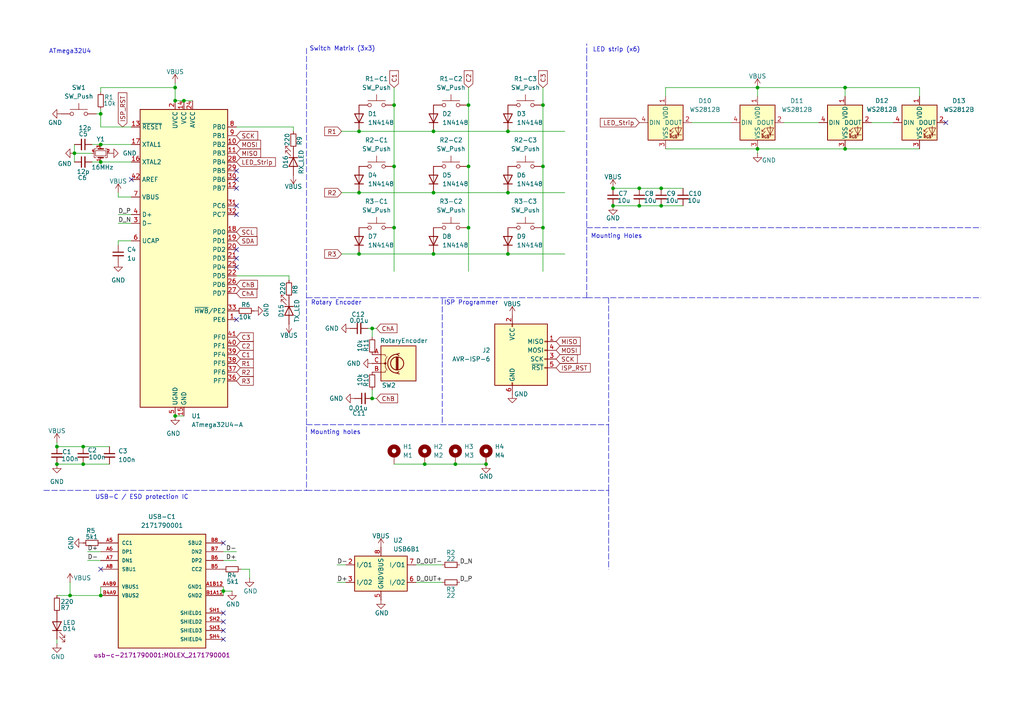
<source format=kicad_sch>
(kicad_sch (version 20231120) (generator "eeschema") (generator_version "8.0")
  (paper "A4")
  (lib_symbols
    (symbol "2171790001:2171790001" (pin_names (offset 1.016))
      (property "Reference" "J" (at -12.7 16.002 0))
      (property "Value" "2171790001" (at -12.7 -18.542 0))
      (symbol "2171790001_0_0"
        (pin power_in line (at 17.78 0 180) (length 5.08) (name "GND1") (number "A1B12"))
        (pin power_in line (at -17.78 0 0) (length 5.08) (name "VBUS1") (number "A4B9"))
        (pin bidirectional line (at -17.78 12.7 0) (length 5.08) (name "CC1") (number "A5"))
        (pin bidirectional line (at -17.78 10.16 0) (length 5.08) (name "DP1") (number "A6"))
        (pin bidirectional line (at -17.78 7.62 0) (length 5.08) (name "DN1") (number "A7"))
        (pin bidirectional line (at -17.78 5.08 0) (length 5.08) (name "SBU1") (number "A8"))
        (pin power_in line (at 17.78 -2.54 180) (length 5.08) (name "GND2") (number "B1A12"))
        (pin power_in line (at -17.78 -2.54 0) (length 5.08) (name "VBUS2") (number "B4A9"))
        (pin bidirectional line (at 17.78 5.08 180) (length 5.08) (name "CC2") (number "B5"))
        (pin bidirectional line (at 17.78 7.62 180) (length 5.08) (name "DP2") (number "B6"))
        (pin bidirectional line (at 17.78 10.16 180) (length 5.08) (name "DN2") (number "B7"))
        (pin bidirectional line (at 17.78 12.7 180) (length 5.08) (name "SBU2") (number "B8"))
        (pin passive line (at 17.78 -7.62 180) (length 5.08) (name "SHIELD1") (number "SH1"))
        (pin passive line (at 17.78 -10.16 180) (length 5.08) (name "SHIELD2") (number "SH2"))
        (pin passive line (at 17.78 -12.7 180) (length 5.08) (name "SHIELD3") (number "SH3"))
        (pin passive line (at 17.78 -15.24 180) (length 5.08) (name "SHIELD4") (number "SH4"))
      )
    )
    (symbol "Connector:AVR-ISP-6" (pin_names (offset 1.016))
      (property "Reference" "J" (at -6.35 11.43 0))
      (property "Value" "AVR-ISP-6" (at 0 11.43 0))
      (symbol "AVR-ISP-6_1_1"
        (pin passive line (at 10.16 5.08 180) (length 2.54) (name "MISO") (number "1"))
        (pin passive line (at -2.54 12.7 270) (length 2.54) (name "VCC") (number "2"))
        (pin passive line (at 10.16 0 180) (length 2.54) (name "SCK") (number "3"))
        (pin passive line (at 10.16 2.54 180) (length 2.54) (name "MOSI") (number "4"))
        (pin passive line (at 10.16 -2.54 180) (length 2.54) (name "~{RST}") (number "5"))
        (pin passive line (at -2.54 -10.16 90) (length 2.54) (name "GND") (number "6"))
      )
    )
    (symbol "Device:C_Small" (pin_numbers hide) (pin_names (offset 0.254) hide)
      (property "Reference" "C" (at 0.254 1.778 0))
      (property "Value" "C_Small" (at 0.254 -2.032 0))
      (symbol "C_Small_1_1"
        (pin passive line (at 0 2.54 270) (length 2.032) (name "~") (number "1"))
        (pin passive line (at 0 -2.54 90) (length 2.032) (name "~") (number "2"))
      )
    )
    (symbol "Device:Crystal_GND24_Small" (pin_names (offset 1.016) hide)
      (property "Reference" "Y" (at 1.27 4.445 0))
      (property "Value" "Crystal_GND24_Small" (at 1.27 2.54 0))
      (symbol "Crystal_GND24_Small_1_1"
        (pin passive line (at -2.54 0 0) (length 1.27) (name "1") (number "1"))
        (pin passive line (at 0 -2.54 90) (length 0.635) (name "2") (number "2"))
        (pin passive line (at 2.54 0 180) (length 1.27) (name "3") (number "3"))
        (pin passive line (at 0 2.54 270) (length 0.635) (name "4") (number "4"))
      )
    )
    (symbol "Device:D" (pin_numbers hide) (pin_names (offset 1.016) hide)
      (property "Reference" "D" (at 0 2.54 0))
      (property "Value" "D" (at 0 -2.54 0))
      (symbol "D_1_1"
        (pin passive line (at -3.81 0 0) (length 2.54) (name "K") (number "1"))
        (pin passive line (at 3.81 0 180) (length 2.54) (name "A") (number "2"))
      )
    )
    (symbol "Device:LED" (pin_numbers hide) (pin_names (offset 1.016) hide)
      (property "Reference" "D" (at 0 2.54 0))
      (property "Value" "LED" (at 0 -2.54 0))
      (symbol "LED_1_1"
        (pin passive line (at -3.81 0 0) (length 2.54) (name "K") (number "1"))
        (pin passive line (at 3.81 0 180) (length 2.54) (name "A") (number "2"))
      )
    )
    (symbol "Device:R_Small" (pin_numbers hide) (pin_names (offset 0.254) hide)
      (property "Reference" "R" (at 0.762 0.508 0))
      (property "Value" "R_Small" (at 0.762 -1.016 0))
      (symbol "R_Small_1_1"
        (pin passive line (at 0 2.54 270) (length 0.762) (name "~") (number "1"))
        (pin passive line (at 0 -2.54 90) (length 0.762) (name "~") (number "2"))
      )
    )
    (symbol "Device:RotaryEncoder" (pin_names (offset 0.254) hide)
      (property "Reference" "SW" (at 0 6.604 0))
      (property "Value" "RotaryEncoder" (at 0 -6.604 0))
      (symbol "RotaryEncoder_1_1"
        (pin passive line (at -7.62 2.54 0) (length 2.54) (name "A") (number "A"))
        (pin passive line (at -7.62 -2.54 0) (length 2.54) (name "B") (number "B"))
        (pin passive line (at -7.62 0 0) (length 2.54) (name "C") (number "C"))
      )
    )
    (symbol "LED:WS2812B" (pin_names (offset 0.254))
      (property "Reference" "D" (at 5.08 5.715 0))
      (property "Value" "WS2812B" (at 1.27 -5.715 0))
      (symbol "WS2812B_0_0"
        (text "RGB" (at 2.286 -4.191 0) (effects (font (size 0.762 0.762))))
      )
      (symbol "WS2812B_1_1"
        (pin power_in line (at 0 7.62 270) (length 2.54) (name "VDD") (number "1"))
        (pin output line (at 7.62 0 180) (length 2.54) (name "DOUT") (number "2"))
        (pin power_in line (at 0 -7.62 90) (length 2.54) (name "VSS") (number "3"))
        (pin input line (at -7.62 0 0) (length 2.54) (name "DIN") (number "4"))
      )
    )
    (symbol "MCU_Microchip_ATmega:ATmega32U4-A"
      (property "Reference" "U" (at -12.7 44.45 0))
      (property "Value" "ATmega32U4-A" (at 2.54 -44.45 0))
      (symbol "ATmega32U4-A_1_1"
        (pin bidirectional line (at 15.24 -17.78 180) (length 2.54) (name "PE6") (number "1"))
        (pin bidirectional line (at 15.24 33.02 180) (length 2.54) (name "PB2") (number "10"))
        (pin bidirectional line (at 15.24 30.48 180) (length 2.54) (name "PB3") (number "11"))
        (pin bidirectional line (at 15.24 20.32 180) (length 2.54) (name "PB7") (number "12"))
        (pin input line (at -15.24 38.1 0) (length 2.54) (name "~{RESET}") (number "13"))
        (pin power_in line (at 0 45.72 270) (length 2.54) (name "VCC") (number "14"))
        (pin power_in line (at 0 -45.72 90) (length 2.54) (name "GND") (number "15"))
        (pin output line (at -15.24 27.94 0) (length 2.54) (name "XTAL2") (number "16"))
        (pin input line (at -15.24 33.02 0) (length 2.54) (name "XTAL1") (number "17"))
        (pin bidirectional line (at 15.24 7.62 180) (length 2.54) (name "PD0") (number "18"))
        (pin bidirectional line (at 15.24 5.08 180) (length 2.54) (name "PD1") (number "19"))
        (pin power_in line (at -2.54 45.72 270) (length 2.54) (name "UVCC") (number "2"))
        (pin bidirectional line (at 15.24 2.54 180) (length 2.54) (name "PD2") (number "20"))
        (pin bidirectional line (at 15.24 0 180) (length 2.54) (name "PD3") (number "21"))
        (pin bidirectional line (at 15.24 -5.08 180) (length 2.54) (name "PD5") (number "22"))
        (pin passive line (at 0 -45.72 90) (length 2.54) hide (name "GND") (number "23"))
        (pin power_in line (at 2.54 45.72 270) (length 2.54) (name "AVCC") (number "24"))
        (pin bidirectional line (at 15.24 -2.54 180) (length 2.54) (name "PD4") (number "25"))
        (pin bidirectional line (at 15.24 -7.62 180) (length 2.54) (name "PD6") (number "26"))
        (pin bidirectional line (at 15.24 -10.16 180) (length 2.54) (name "PD7") (number "27"))
        (pin bidirectional line (at 15.24 27.94 180) (length 2.54) (name "PB4") (number "28"))
        (pin bidirectional line (at 15.24 25.4 180) (length 2.54) (name "PB5") (number "29"))
        (pin bidirectional line (at -15.24 10.16 0) (length 2.54) (name "D-") (number "3"))
        (pin bidirectional line (at 15.24 22.86 180) (length 2.54) (name "PB6") (number "30"))
        (pin bidirectional line (at 15.24 15.24 180) (length 2.54) (name "PC6") (number "31"))
        (pin bidirectional line (at 15.24 12.7 180) (length 2.54) (name "PC7") (number "32"))
        (pin bidirectional line (at 15.24 -15.24 180) (length 2.54) (name "~{HWB}/PE2") (number "33"))
        (pin passive line (at 0 45.72 270) (length 2.54) hide (name "VCC") (number "34"))
        (pin passive line (at 0 -45.72 90) (length 2.54) hide (name "GND") (number "35"))
        (pin bidirectional line (at 15.24 -35.56 180) (length 2.54) (name "PF7") (number "36"))
        (pin bidirectional line (at 15.24 -33.02 180) (length 2.54) (name "PF6") (number "37"))
        (pin bidirectional line (at 15.24 -30.48 180) (length 2.54) (name "PF5") (number "38"))
        (pin bidirectional line (at 15.24 -27.94 180) (length 2.54) (name "PF4") (number "39"))
        (pin bidirectional line (at -15.24 12.7 0) (length 2.54) (name "D+") (number "4"))
        (pin bidirectional line (at 15.24 -25.4 180) (length 2.54) (name "PF1") (number "40"))
        (pin bidirectional line (at 15.24 -22.86 180) (length 2.54) (name "PF0") (number "41"))
        (pin passive line (at -15.24 22.86 0) (length 2.54) (name "AREF") (number "42"))
        (pin passive line (at 0 -45.72 90) (length 2.54) hide (name "GND") (number "43"))
        (pin passive line (at 2.54 45.72 270) (length 2.54) hide (name "AVCC") (number "44"))
        (pin passive line (at -2.54 -45.72 90) (length 2.54) (name "UGND") (number "5"))
        (pin passive line (at -15.24 5.08 0) (length 2.54) (name "UCAP") (number "6"))
        (pin input line (at -15.24 17.78 0) (length 2.54) (name "VBUS") (number "7"))
        (pin bidirectional line (at 15.24 38.1 180) (length 2.54) (name "PB0") (number "8"))
        (pin bidirectional line (at 15.24 35.56 180) (length 2.54) (name "PB1") (number "9"))
      )
    )
    (symbol "Mechanical:MountingHole_Pad" (pin_numbers hide) (pin_names (offset 1.016) hide) (exclude_from_sim yes) (in_bom no)
      (property "Reference" "H" (at 0 6.35 0))
      (property "Value" "MountingHole_Pad" (at 0 4.445 0))
      (symbol "MountingHole_Pad_1_1"
        (pin input line (at 0 -2.54 90) (length 2.54) (name "1") (number "1"))
      )
    )
    (symbol "Power_Protection:USB6B1"
      (property "Reference" "U" (at 6.35 6.35 0))
      (property "Value" "USB6B1" (at 5.08 -6.35 0))
      (symbol "USB6B1_1_1"
        (pin passive line (at 0 7.62 270) (length 2.54) hide (name "VBUS") (number "1"))
        (pin passive line (at -10.16 2.54 0) (length 2.54) (name "I/O1") (number "2"))
        (pin passive line (at -10.16 -2.54 0) (length 2.54) (name "I/O2") (number "3"))
        (pin passive line (at 0 -7.62 90) (length 2.54) hide (name "GND") (number "4"))
        (pin passive line (at 0 -7.62 90) (length 2.54) (name "GND") (number "5"))
        (pin passive line (at 10.16 -2.54 180) (length 2.54) (name "I/O2") (number "6"))
        (pin passive line (at 10.16 2.54 180) (length 2.54) (name "I/O1") (number "7"))
        (pin passive line (at 0 7.62 270) (length 2.54) (name "VBUS") (number "8"))
      )
    )
    (symbol "Switch:SW_Push" (pin_numbers hide) (pin_names (offset 1.016) hide)
      (property "Reference" "SW" (at 1.27 2.54 0))
      (property "Value" "SW_Push" (at 0 -1.524 0))
      (symbol "SW_Push_0_1"
        (pin passive line (at -5.08 0 0) (length 2.54) (name "1") (number "1"))
        (pin passive line (at 5.08 0 180) (length 2.54) (name "2") (number "2"))
      )
    )
    (symbol "power:GND" (power) (pin_numbers hide) (pin_names (offset 0) hide)
      (property "Value" "GND" (at 0 -3.81 0))
      (symbol "GND_1_1"
        (pin power_in line (at 0 0 270) (length 0) (name "~") (number "1"))
      )
    )
    (symbol "power:VBUS" (power) (pin_numbers hide) (pin_names (offset 0) hide)
      (property "Value" "VBUS" (at 0 3.556 0))
      (symbol "VBUS_1_1"
        (pin power_in line (at 0 0 90) (length 0) (name "~") (number "1"))
      )
    )
  )
  (junction (at 219.71 25.4))
  (junction (at 125.73 38.1))
  (junction (at 21.59 44.45))
  (junction (at 64.77 171.45))
  (junction (at 107.95 95.25))
  (junction (at 16.51 129.54))
  (junction (at 29.21 172.72))
  (junction (at 114.3 30.48))
  (junction (at 107.95 115.57))
  (junction (at 125.73 73.66))
  (junction (at 177.8 59.69))
  (junction (at 135.89 30.48))
  (junction (at 50.8 25.4))
  (junction (at 29.21 46.99))
  (junction (at 157.48 48.26))
  (junction (at 104.14 55.88))
  (junction (at 191.77 54.61))
  (junction (at 24.13 134.62))
  (junction (at 29.21 33.02))
  (junction (at 104.14 38.1))
  (junction (at 53.34 29.21))
  (junction (at 24.13 129.54))
  (junction (at 191.77 59.69))
  (junction (at 147.32 38.1))
  (junction (at 50.8 120.65))
  (junction (at 219.71 43.18))
  (junction (at 147.32 55.88))
  (junction (at 114.3 66.04))
  (junction (at 185.42 59.69))
  (junction (at 135.89 48.26))
  (junction (at 16.51 134.62))
  (junction (at 104.14 73.66))
  (junction (at 185.42 54.61))
  (junction (at 177.8 54.61))
  (junction (at 29.21 41.91))
  (junction (at 20.32 172.72))
  (junction (at 245.11 25.4))
  (junction (at 50.8 29.21))
  (junction (at 135.89 66.04))
  (junction (at 114.3 48.26))
  (junction (at 245.11 43.18))
  (junction (at 157.48 30.48))
  (junction (at 157.48 66.04))
  (junction (at 132.08 134.62))
  (junction (at 147.32 73.66))
  (junction (at 125.73 55.88))
  (junction (at 123.19 134.62))
  (junction (at 140.97 134.62))
  (no_connect (at 68.58 52.07))
  (no_connect (at 68.58 49.53))
  (no_connect (at 64.77 185.42))
  (no_connect (at 38.1 52.07))
  (no_connect (at 274.32 35.56))
  (no_connect (at 29.21 165.1))
  (no_connect (at 64.77 180.34))
  (no_connect (at 64.77 177.8))
  (no_connect (at 64.77 182.88))
  (no_connect (at 68.58 77.47))
  (no_connect (at 68.58 59.69))
  (no_connect (at 68.58 62.23))
  (no_connect (at 68.58 72.39))
  (no_connect (at 64.77 157.48))
  (no_connect (at 68.58 92.71))
  (no_connect (at 68.58 54.61))
  (no_connect (at 68.58 74.93))
  (wire (pts (xy 26.67 46.99) (xy 29.21 46.99)))
  (wire (pts (xy 34.29 62.23) (xy 38.1 62.23)))
  (wire (pts (xy 99.06 73.66) (xy 104.14 73.66)))
  (wire (pts (xy 157.48 66.04) (xy 157.48 78.74)))
  (wire (pts (xy 68.58 36.83) (xy 85.09 36.83)))
  (wire (pts (xy 147.32 38.1) (xy 163.83 38.1)))
  (wire (pts (xy 29.21 162.56) (xy 25.4 162.56)))
  (wire (pts (xy 114.3 48.26) (xy 114.3 66.04)))
  (polyline (pts (xy 170.18 86.36) (xy 284.48 86.36)) (stroke (width 0) (type dash)))
  (wire (pts (xy 245.11 25.4) (xy 266.7 25.4)))
  (wire (pts (xy 29.21 46.99) (xy 38.1 46.99)))
  (wire (pts (xy 125.73 55.88) (xy 147.32 55.88)))
  (wire (pts (xy 21.59 41.91) (xy 21.59 44.45)))
  (wire (pts (xy 38.1 69.85) (xy 34.29 69.85)))
  (wire (pts (xy 29.21 160.02) (xy 25.4 160.02)))
  (wire (pts (xy 135.89 48.26) (xy 135.89 66.04)))
  (wire (pts (xy 109.22 95.25) (xy 107.95 95.25)))
  (wire (pts (xy 29.21 33.02) (xy 29.21 36.83)))
  (wire (pts (xy 120.65 168.91) (xy 128.27 168.91)))
  (wire (pts (xy 104.14 73.66) (xy 125.73 73.66)))
  (wire (pts (xy 125.73 38.1) (xy 147.32 38.1)))
  (wire (pts (xy 157.48 25.4) (xy 157.48 30.48)))
  (wire (pts (xy 64.77 171.45) (xy 67.31 171.45)))
  (wire (pts (xy 191.77 54.61) (xy 198.12 54.61)))
  (wire (pts (xy 185.42 59.69) (xy 191.77 59.69)))
  (wire (pts (xy 50.8 29.21) (xy 53.34 29.21)))
  (wire (pts (xy 107.95 95.25) (xy 107.95 97.79)))
  (wire (pts (xy 29.21 25.4) (xy 29.21 26.67)))
  (wire (pts (xy 20.32 168.91) (xy 20.32 172.72)))
  (polyline (pts (xy 88.9 142.24) (xy 176.53 142.24)) (stroke (width 0) (type dash)))
  (wire (pts (xy 83.82 80.01) (xy 68.58 80.01)))
  (wire (pts (xy 125.73 73.66) (xy 147.32 73.66)))
  (wire (pts (xy 135.89 30.48) (xy 135.89 48.26)))
  (polyline (pts (xy 170.18 66.04) (xy 284.48 66.04)) (stroke (width 0) (type dash)))
  (wire (pts (xy 114.3 66.04) (xy 114.3 78.74)))
  (polyline (pts (xy 88.9 13.97) (xy 88.9 142.24)) (stroke (width 0) (type dash)))
  (wire (pts (xy 114.3 30.48) (xy 114.3 48.26)))
  (wire (pts (xy 114.3 134.62) (xy 123.19 134.62)))
  (wire (pts (xy 72.39 165.1) (xy 72.39 167.64)))
  (wire (pts (xy 64.77 162.56) (xy 68.58 162.56)))
  (wire (pts (xy 29.21 41.91) (xy 38.1 41.91)))
  (wire (pts (xy 21.59 44.45) (xy 21.59 46.99)))
  (wire (pts (xy 26.67 41.91) (xy 29.21 41.91)))
  (wire (pts (xy 50.8 25.4) (xy 29.21 25.4)))
  (polyline (pts (xy 176.53 123.19) (xy 176.53 124.46)) (stroke (width 0) (type dash)))
  (wire (pts (xy 21.59 44.45) (xy 26.67 44.45)))
  (wire (pts (xy 97.79 163.83) (xy 100.33 163.83)))
  (wire (pts (xy 69.85 165.1) (xy 72.39 165.1)))
  (wire (pts (xy 107.95 115.57) (xy 107.95 113.03)))
  (wire (pts (xy 120.65 163.83) (xy 128.27 163.83)))
  (polyline (pts (xy 128.27 122.555) (xy 128.27 86.36)) (stroke (width 0) (type dash)))
  (wire (pts (xy 34.29 69.85) (xy 34.29 71.12)))
  (polyline (pts (xy 88.9 123.19) (xy 176.53 123.19)) (stroke (width 0) (type dash)))
  (wire (pts (xy 24.13 129.54) (xy 16.51 129.54)))
  (wire (pts (xy 16.51 186.69) (xy 16.51 185.42)))
  (wire (pts (xy 135.89 25.4) (xy 135.89 30.48)))
  (wire (pts (xy 219.71 25.4) (xy 219.71 27.94)))
  (wire (pts (xy 29.21 170.18) (xy 29.21 172.72)))
  (wire (pts (xy 27.94 33.02) (xy 29.21 33.02)))
  (wire (pts (xy 157.48 48.26) (xy 157.48 66.04)))
  (wire (pts (xy 200.66 35.56) (xy 212.09 35.56)))
  (wire (pts (xy 64.77 171.45) (xy 64.77 172.72)))
  (wire (pts (xy 227.33 35.56) (xy 237.49 35.56)))
  (wire (pts (xy 53.34 29.21) (xy 55.88 29.21)))
  (wire (pts (xy 185.42 54.61) (xy 191.77 54.61)))
  (wire (pts (xy 245.11 25.4) (xy 245.11 27.94)))
  (wire (pts (xy 50.8 120.65) (xy 53.34 120.65)))
  (wire (pts (xy 29.21 172.72) (xy 20.32 172.72)))
  (wire (pts (xy 193.04 25.4) (xy 219.71 25.4)))
  (wire (pts (xy 99.06 38.1) (xy 104.14 38.1)))
  (polyline (pts (xy 176.53 142.24) (xy 176.53 124.46)) (stroke (width 0) (type dash)))
  (wire (pts (xy 193.04 25.4) (xy 193.04 27.94)))
  (polyline (pts (xy 12.7 142.24) (xy 88.9 142.24)) (stroke (width 0) (type dash)))
  (wire (pts (xy 50.8 25.4) (xy 50.8 29.21)))
  (wire (pts (xy 147.32 55.88) (xy 163.83 55.88)))
  (wire (pts (xy 219.71 43.18) (xy 219.71 44.45)))
  (wire (pts (xy 245.11 43.18) (xy 266.7 43.18)))
  (wire (pts (xy 193.04 43.18) (xy 219.71 43.18)))
  (wire (pts (xy 97.79 168.91) (xy 100.33 168.91)))
  (wire (pts (xy 16.51 134.62) (xy 24.13 134.62)))
  (wire (pts (xy 83.82 80.01) (xy 83.82 81.28)))
  (wire (pts (xy 64.77 160.02) (xy 68.58 160.02)))
  (wire (pts (xy 85.09 36.83) (xy 85.09 38.1)))
  (wire (pts (xy 20.32 172.72) (xy 16.51 172.72)))
  (wire (pts (xy 157.48 30.48) (xy 157.48 48.26)))
  (wire (pts (xy 31.75 129.54) (xy 24.13 129.54)))
  (wire (pts (xy 29.21 36.83) (xy 38.1 36.83)))
  (polyline (pts (xy 176.53 142.24) (xy 176.53 165.1)) (stroke (width 0) (type dash)))
  (polyline (pts (xy 176.53 86.36) (xy 176.53 123.19)) (stroke (width 0) (type dash)))
  (wire (pts (xy 107.95 95.25) (xy 106.68 95.25)))
  (wire (pts (xy 266.7 27.94) (xy 266.7 25.4)))
  (wire (pts (xy 177.8 54.61) (xy 185.42 54.61)))
  (wire (pts (xy 177.8 59.69) (xy 185.42 59.69)))
  (wire (pts (xy 191.77 59.69) (xy 198.12 59.69)))
  (wire (pts (xy 50.8 24.13) (xy 50.8 25.4)))
  (wire (pts (xy 99.06 55.88) (xy 104.14 55.88)))
  (wire (pts (xy 132.08 134.62) (xy 140.97 134.62)))
  (wire (pts (xy 34.29 64.77) (xy 38.1 64.77)))
  (wire (pts (xy 219.71 25.4) (xy 245.11 25.4)))
  (wire (pts (xy 34.29 55.88) (xy 34.29 57.15)))
  (wire (pts (xy 114.3 25.4) (xy 114.3 30.48)))
  (wire (pts (xy 109.22 115.57) (xy 107.95 115.57)))
  (wire (pts (xy 104.14 38.1) (xy 125.73 38.1)))
  (polyline (pts (xy 170.18 86.36) (xy 170.18 12.7)) (stroke (width 0) (type dash)))
  (wire (pts (xy 259.08 35.56) (xy 252.73 35.56)))
  (wire (pts (xy 24.13 134.62) (xy 31.75 134.62)))
  (wire (pts (xy 219.71 43.18) (xy 245.11 43.18)))
  (wire (pts (xy 38.1 57.15) (xy 34.29 57.15)))
  (polyline (pts (xy 88.9 86.36) (xy 170.18 86.36)) (stroke (width 0) (type dash)))
  (wire (pts (xy 16.51 128.27) (xy 16.51 129.54)))
  (wire (pts (xy 29.21 31.75) (xy 29.21 33.02)))
  (wire (pts (xy 123.19 134.62) (xy 132.08 134.62)))
  (wire (pts (xy 64.77 170.18) (xy 64.77 171.45)))
  (wire (pts (xy 147.32 73.66) (xy 163.83 73.66)))
  (wire (pts (xy 104.14 55.88) (xy 125.73 55.88)))
  (wire (pts (xy 135.89 66.04) (xy 135.89 78.74)))
  (text "ATmega32U4" (at 20.32 14.986 0) (effects (font (size 1.27 1.27))))
  (text "USB-C / ESD protection IC" (at 41.148 144.272 0) (effects (font (size 1.27 1.27))))
  (text "Mounting holes" (at 97.282 125.476 0) (effects (font (size 1.27 1.27))))
  (text "LED strip (x6)" (at 178.816 14.478 0) (effects (font (size 1.27 1.27))))
  (text "ISP Programmer" (at 136.652 87.884 0) (effects (font (size 1.27 1.27))))
  (text "Rotary Encoder" (at 97.536 87.884 0) (effects (font (size 1.27 1.27))))
  (text "Mounting Holes" (at 178.816 68.58 0) (effects (font (size 1.27 1.27))))
  (text "Switch Matrix (3x3)" (at 99.314 14.224 0) (effects (font (size 1.27 1.27))))
  (label "D_N" (at 133.35 163.83 0))
  (label "D-" (at 97.79 163.83 0))
  (label "D_OUT-" (at 120.65 163.83 0))
  (label "D+" (at 68.58 162.56 180))
  (label "D+" (at 97.79 168.91 0))
  (label "D_OUT+" (at 120.65 168.91 0))
  (label "D_P" (at 34.29 62.23 0))
  (label "D-" (at 25.4 162.56 0))
  (label "D+" (at 25.4 160.02 0))
  (label "D_N" (at 34.29 64.77 0))
  (label "D-" (at 68.58 160.02 180))
  (label "D_P" (at 133.35 168.91 0))
  (global_label "SDA" (shape input) (at 68.58 69.85 0) (property "Intersheetrefs" "${INTERSHEET_REFS}" (effects (hide yes))))
  (global_label "MOSI" (shape input) (at 161.29 101.6 0) (property "Intersheetrefs" "${INTERSHEET_REFS}" (effects (hide yes))))
  (global_label "R2" (shape input) (at 68.58 107.95 0) (property "Intersheetrefs" "${INTERSHEET_REFS}" (effects (hide yes))))
  (global_label "ChB" (shape input) (at 68.58 82.55 0) (property "Intersheetrefs" "${INTERSHEET_REFS}" (effects (hide yes))))
  (global_label "C2" (shape input) (at 68.58 100.33 0) (property "Intersheetrefs" "${INTERSHEET_REFS}" (effects (hide yes))))
  (global_label "R1" (shape input) (at 68.58 105.41 0) (property "Intersheetrefs" "${INTERSHEET_REFS}" (effects (hide yes))))
  (global_label "SCK" (shape input) (at 161.29 104.14 0) (property "Intersheetrefs" "${INTERSHEET_REFS}" (effects (hide yes))))
  (global_label "R3" (shape input) (at 68.58 110.49 0) (property "Intersheetrefs" "${INTERSHEET_REFS}" (effects (hide yes))))
  (global_label "ChA" (shape input) (at 68.58 85.09 0) (property "Intersheetrefs" "${INTERSHEET_REFS}" (effects (hide yes))))
  (global_label "ISP_RST" (shape input) (at 35.56 36.83 90) (property "Intersheetrefs" "${INTERSHEET_REFS}" (effects (hide yes))))
  (global_label "C1" (shape input) (at 68.58 102.87 0) (property "Intersheetrefs" "${INTERSHEET_REFS}" (effects (hide yes))))
  (global_label "ISP_RST" (shape input) (at 161.29 106.68 0) (property "Intersheetrefs" "${INTERSHEET_REFS}" (effects (hide yes))))
  (global_label "R3" (shape input) (at 99.06 73.66 180) (property "Intersheetrefs" "${INTERSHEET_REFS}" (effects (hide yes))))
  (global_label "MISO" (shape input) (at 68.58 44.45 0) (property "Intersheetrefs" "${INTERSHEET_REFS}" (effects (hide yes))))
  (global_label "ChA" (shape input) (at 109.22 95.25 0) (property "Intersheetrefs" "${INTERSHEET_REFS}" (effects (hide yes))))
  (global_label "LED_Strip" (shape input) (at 68.58 46.99 0) (property "Intersheetrefs" "${INTERSHEET_REFS}" (effects (hide yes))))
  (global_label "C3" (shape input) (at 157.48 25.4 90) (property "Intersheetrefs" "${INTERSHEET_REFS}" (effects (hide yes))))
  (global_label "MISO" (shape input) (at 161.29 99.06 0) (property "Intersheetrefs" "${INTERSHEET_REFS}" (effects (hide yes))))
  (global_label "MOSI" (shape input) (at 68.58 41.91 0) (property "Intersheetrefs" "${INTERSHEET_REFS}" (effects (hide yes))))
  (global_label "ChB" (shape input) (at 109.22 115.57 0) (property "Intersheetrefs" "${INTERSHEET_REFS}" (effects (hide yes))))
  (global_label "R2" (shape input) (at 99.06 55.88 180) (property "Intersheetrefs" "${INTERSHEET_REFS}" (effects (hide yes))))
  (global_label "LED_Strip" (shape input) (at 185.42 35.56 180) (property "Intersheetrefs" "${INTERSHEET_REFS}" (effects (hide yes))))
  (global_label "C3" (shape input) (at 68.58 97.79 0) (property "Intersheetrefs" "${INTERSHEET_REFS}" (effects (hide yes))))
  (global_label "C2" (shape input) (at 135.89 25.4 90) (property "Intersheetrefs" "${INTERSHEET_REFS}" (effects (hide yes))))
  (global_label "R1" (shape input) (at 99.06 38.1 180) (property "Intersheetrefs" "${INTERSHEET_REFS}" (effects (hide yes))))
  (global_label "SCK" (shape input) (at 68.58 39.37 0) (property "Intersheetrefs" "${INTERSHEET_REFS}" (effects (hide yes))))
  (global_label "SCL" (shape input) (at 68.58 67.31 0) (property "Intersheetrefs" "${INTERSHEET_REFS}" (effects (hide yes))))
  (global_label "C1" (shape input) (at 114.3 25.4 90) (property "Intersheetrefs" "${INTERSHEET_REFS}" (effects (hide yes))))
  (symbol (lib_id "Device:C_Small") (at 34.29 73.66 0) (unit 1)
    (property "Reference" "C4" (at 36.83 72.3962 0) (effects (justify left)))
    (property "Value" "1u" (at 36.83 74.9362 0) (effects (justify left)))
    (property "Footprint" "Capacitor_SMD:C_0603_1608Metric" (effects (hide yes)))
    (property "Description" "Unpolarized capacitor, small symbol" (effects (hide yes)))
    (property "MPN" "CL10A105KB8NNNC" (effects (hide yes)))
  )
  (symbol (lib_id "LED:WS2812B") (at 266.7 35.56 0) (unit 1)
    (property "Reference" "D13" (at 278.13 29.2414 0))
    (property "Value" "WS2812B" (at 278.13 31.7814 0))
    (property "Footprint" "LED_SMD:LED_WS2812B_PLCC4_5.0x5.0mm_P3.2mm" (effects (hide yes)))
    (property "Datasheet" "https://cdn-shop.adafruit.com/datasheets/WS2812B.pdf" (effects (hide yes)))
    (property "Description" "RGB LED with integrated controller" (effects (hide yes)))
    (property "MPN" "COM-16347" (effects (hide yes)))
  )
  (symbol (lib_id "Device:D") (at 147.32 34.29 90) (unit 1)
    (property "Reference" "D3" (at 149.86 33.0199 90) (effects (justify right)))
    (property "Value" "1N4148" (at 149.86 35.5599 90) (effects (justify right)))
    (property "Footprint" "Diode_SMD:D_SOD-123" (effects (hide yes)))
    (property "Description" "Small signal diode, Vf ≈ 0.7V, 100V reverse voltage, 300mA forward current " (effects (hide yes)))
    (property "Sim.Device" "D" (effects (hide yes)))
    (property "Sim.Pins" "1=K 2=A" (effects (hide yes)))
    (property "MPN" "1N4148W-13-F" (effects (hide yes)))
  )
  (symbol (lib_id "Device:R_Small") (at 29.21 29.21 0) (unit 1)
    (property "Reference" "R1" (at 30.226 28.194 0) (effects (justify left)))
    (property "Value" "10k" (at 29.972 29.972 0) (effects (justify left)))
    (property "Footprint" "Resistor_SMD:R_1206_3216Metric" (effects (hide yes)))
    (property "Description" "Resistor, small symbol" (effects (hide yes)))
    (property "MPN" "RC1206FR-0710KL" (effects (hide yes)))
  )
  (symbol (lib_id "power:GND") (at 16.51 134.62 0) (unit 1)
    (property "Reference" "#PWR04" (effects (hide yes)))
    (property "Value" "GND" (at 16.51 139.7 0))
    (property "Description" "Power symbol creates a global label with name \"GND\" , ground" (effects (hide yes)))
  )
  (symbol (lib_id "power:GND") (at 72.39 167.64 0) (unit 1)
    (property "Reference" "#PWR012" (effects (hide yes)))
    (property "Value" "GND" (at 72.644 171.45 0))
    (property "Description" "Power symbol creates a global label with name \"GND\" , ground" (effects (hide yes)))
  )
  (symbol (lib_id "power:GND") (at 24.13 157.48 270) (unit 1)
    (property "Reference" "#PWR016" (effects (hide yes)))
    (property "Value" "GND" (at 20.574 157.48 0))
    (property "Description" "Power symbol creates a global label with name \"GND\" , ground" (effects (hide yes)))
  )
  (symbol (lib_id "power:VBUS") (at 34.29 55.88 0) (unit 1)
    (property "Reference" "#PWR09" (effects (hide yes)))
    (property "Value" "VBUS" (at 34.29 52.578 0))
    (property "Description" "Power symbol creates a global label with name \"VBUS\"" (effects (hide yes)))
  )
  (symbol (lib_id "Device:D") (at 125.73 69.85 90) (unit 1)
    (property "Reference" "D8" (at 128.27 68.5799 90) (effects (justify right)))
    (property "Value" "1N4148" (at 128.27 71.1199 90) (effects (justify right)))
    (property "Footprint" "Diode_SMD:D_SOD-123" (effects (hide yes)))
    (property "Description" "Small signal diode, Vf ≈ 0.7V, 100V reverse voltage, 300mA forward current " (effects (hide yes)))
    (property "Sim.Device" "D" (effects (hide yes)))
    (property "Sim.Pins" "1=K 2=A" (effects (hide yes)))
  )
  (symbol (lib_id "Device:D") (at 104.14 34.29 90) (unit 1)
    (property "Reference" "D1" (at 106.68 33.0199 90) (effects (justify right)))
    (property "Value" "1N4148" (at 106.68 35.5599 90) (effects (justify right)))
    (property "Footprint" "Diode_SMD:D_SOD-123" (effects (hide yes)))
    (property "Description" "Small signal diode, Vf ≈ 0.7V, 100V reverse voltage, 300mA forward current " (effects (hide yes)))
    (property "Sim.Device" "D" (effects (hide yes)))
    (property "Sim.Pins" "1=K 2=A" (effects (hide yes)))
    (property "MPN" "1N4148W-13-F" (effects (hide yes)))
  )
  (symbol (lib_id "power:GND") (at 50.8 120.65 0) (unit 1)
    (property "Reference" "#PWR07" (effects (hide yes)))
    (property "Value" "GND" (at 50.292 125.73 0))
    (property "Description" "Power symbol creates a global label with name \"GND\" , ground" (effects (hide yes)))
  )
  (symbol (lib_id "Mechanical:MountingHole_Pad") (at 140.97 132.08 0) (unit 1) (exclude_from_sim yes) (in_bom no)
    (property "Reference" "H4" (at 143.51 129.5399 0) (effects (justify left)))
    (property "Value" "M4" (at 143.51 132.0799 0) (effects (justify left)))
    (property "Footprint" "MountingHole:MountingHole_3.2mm_M3_Pad_Via" (effects (hide yes)))
    (property "Description" "Mounting Hole with connection" (effects (hide yes)))
  )
  (symbol (lib_id "power:VBUS") (at 148.59 91.44 0) (unit 1)
    (property "Reference" "#PWR026" (effects (hide yes)))
    (property "Value" "VBUS" (at 148.59 88.138 0))
    (property "Description" "Power symbol creates a global label with name \"VBUS\"" (effects (hide yes)))
  )
  (symbol (lib_id "power:GND") (at 102.87 115.57 270) (unit 1)
    (property "Reference" "#PWR08" (effects (hide yes)))
    (property "Value" "GND" (at 97.536 115.57 90))
    (property "Description" "Power symbol creates a global label with name \"GND\" , ground" (effects (hide yes)))
  )
  (symbol (lib_id "power:GND") (at 67.31 171.45 0) (unit 1)
    (property "Reference" "#PWR010" (effects (hide yes)))
    (property "Value" "GND" (at 67.564 175.26 0))
    (property "Description" "Power symbol creates a global label with name \"GND\" , ground" (effects (hide yes)))
  )
  (symbol (lib_id "power:GND") (at 73.66 90.17 90) (unit 1)
    (property "Reference" "#PWR030" (effects (hide yes)))
    (property "Value" "GND" (at 77.216 89.916 0))
    (property "Description" "Power symbol creates a global label with name \"GND\" , ground" (effects (hide yes)))
  )
  (symbol (lib_id "Device:C_Small") (at 31.75 132.08 0) (unit 1)
    (property "Reference" "C3" (at 34.29 130.8162 0) (effects (justify left)))
    (property "Value" "100n" (at 34.29 133.3562 0) (effects (justify left)))
    (property "Footprint" "Capacitor_SMD:C_0603_1608Metric" (effects (hide yes)))
    (property "Description" "Unpolarized capacitor, small symbol" (effects (hide yes)))
    (property "MPN" "C0603C104K5RACTU" (effects (hide yes)))
  )
  (symbol (lib_id "power:GND") (at 16.51 186.69 0) (unit 1)
    (property "Reference" "#PWR015" (effects (hide yes)))
    (property "Value" "GND" (at 16.764 190.5 0))
    (property "Description" "Power symbol creates a global label with name \"GND\" , ground" (effects (hide yes)))
  )
  (symbol (lib_id "Device:LED") (at 83.82 90.17 270) (unit 1)
    (property "Reference" "D15" (at 81.534 90.17 0))
    (property "Value" "TX_LED" (at 86.106 90.17 0))
    (property "Footprint" "LED_SMD:LED_1206_3216Metric" (effects (hide yes)))
    (property "Description" "Yellow Light emitting diode" (effects (hide yes)))
    (property "MPN" "LTST-C150YKT" (effects (hide yes)))
  )
  (symbol (lib_id "Device:C_Small") (at 177.8 57.15 0) (unit 1)
    (property "Reference" "C7" (at 179.324 56.134 0) (effects (justify left)))
    (property "Value" "10u" (at 179.07 58.166 0) (effects (justify left)))
    (property "Footprint" "Capacitor_SMD:C_0603_1608Metric" (effects (hide yes)))
    (property "Description" "Unpolarized capacitor, small symbol" (effects (hide yes)))
    (property "MPN" "C0603C106M8PACTU" (effects (hide yes)))
  )
  (symbol (lib_id "Device:R_Small") (at 26.67 157.48 90) (unit 1)
    (property "Reference" "R5" (at 27.686 153.924 90) (effects (justify left)))
    (property "Value" "5k1" (at 28.448 155.702 90) (effects (justify left)))
    (property "Footprint" "Resistor_SMD:R_0603_1608Metric" (effects (hide yes)))
    (property "Description" "Resistor, small symbol" (effects (hide yes)))
    (property "MPN" "CR0603-FX-5101ELF" (effects (hide yes)))
  )
  (symbol (lib_id "Switch:SW_Push") (at 109.22 66.04 0) (unit 1)
    (property "Reference" "R3-C1" (at 109.22 58.42 0))
    (property "Value" "SW_Push" (at 109.22 60.96 0))
    (property "Footprint" "Switch_Keyboard_Hotswap_Kailh:SW_Hotswap_Kailh_MX_1.00u" (effects (hide yes)))
    (property "Description" "Push button switch, generic, two pins" (effects (hide yes)))
    (property "MPN" "PG151101S11" (effects (hide yes)))
  )
  (symbol (lib_id "Switch:SW_Push") (at 152.4 30.48 0) (unit 1)
    (property "Reference" "R1-C3" (at 152.4 22.86 0))
    (property "Value" "SW_Push" (at 152.4 25.4 0))
    (property "Footprint" "Switch_Keyboard_Hotswap_Kailh:SW_Hotswap_Kailh_MX_1.00u" (effects (hide yes)))
    (property "Description" "Push button switch, generic, two pins" (effects (hide yes)))
    (property "MPN" "PG151101S11" (effects (hide yes)))
  )
  (symbol (lib_id "Device:R_Small") (at 67.31 165.1 90) (unit 1)
    (property "Reference" "R4" (at 68.58 166.878 90) (effects (justify left)))
    (property "Value" "5k1" (at 69.342 168.656 90) (effects (justify left)))
    (property "Footprint" "Resistor_SMD:R_0603_1608Metric" (effects (hide yes)))
    (property "Description" "Resistor, small symbol" (effects (hide yes)))
    (property "MPN" "CR0603-FX-5101ELF" (effects (hide yes)))
  )
  (symbol (lib_id "power:GND") (at 148.59 114.3 0) (unit 1)
    (property "Reference" "#PWR018" (effects (hide yes)))
    (property "Value" "GND" (at 151.13 114.3 0))
    (property "Description" "Power symbol creates a global label with name \"GND\" , ground" (effects (hide yes)))
  )
  (symbol (lib_id "Device:R_Small") (at 85.09 40.64 0) (unit 1)
    (property "Reference" "R9" (at 86.868 42.164 90) (effects (justify left)))
    (property "Value" "220" (at 83.312 42.418 90) (effects (justify left)))
    (property "Footprint" "Resistor_SMD:R_1206_3216Metric" (effects (hide yes)))
    (property "Description" "Resistor, small symbol" (effects (hide yes)))
    (property "MPN" "CRG1206F220R" (effects (hide yes)))
  )
  (symbol (lib_id "power:GND") (at 110.49 173.99 0) (unit 1)
    (property "Reference" "#PWR014" (effects (hide yes)))
    (property "Value" "GND" (at 110.744 177.8 0))
    (property "Description" "Power symbol creates a global label with name \"GND\" , ground" (effects (hide yes)))
  )
  (symbol (lib_id "Device:RotaryEncoder") (at 115.57 105.41 0) (unit 1)
    (property "Reference" "SW2" (at 110.744 111.76 0) (effects (justify left)))
    (property "Value" "RotaryEncoder" (at 110.236 98.806 0) (effects (justify left)))
    (property "Footprint" "EX_Rotary_Encoder:PEC12R-4XXXF-NXXXX_BRN" (effects (hide yes)))
    (property "Description" "Rotary encoder, dual channel, incremental quadrate outputs" (effects (hide yes)))
    (property "MPN" "PEC12R-4225F-N0024" (effects (hide yes)))
  )
  (symbol (lib_id "Mechanical:MountingHole_Pad") (at 114.3 132.08 0) (unit 1) (exclude_from_sim yes) (in_bom no)
    (property "Reference" "H1" (at 116.84 129.5399 0) (effects (justify left)))
    (property "Value" "M1" (at 116.84 132.0799 0) (effects (justify left)))
    (property "Footprint" "MountingHole:MountingHole_3.2mm_M3_Pad_Via" (effects (hide yes)))
    (property "Description" "Mounting Hole with connection" (effects (hide yes)))
  )
  (symbol (lib_id "Switch:SW_Push") (at 130.81 66.04 0) (unit 1)
    (property "Reference" "R3-C2" (at 130.81 58.42 0))
    (property "Value" "SW_Push" (at 130.81 60.96 0))
    (property "Footprint" "Switch_Keyboard_Hotswap_Kailh:SW_Hotswap_Kailh_MX_1.00u" (effects (hide yes)))
    (property "Description" "Push button switch, generic, two pins" (effects (hide yes)))
    (property "MPN" "PG151101S11" (effects (hide yes)))
  )
  (symbol (lib_id "Device:D") (at 147.32 69.85 90) (unit 1)
    (property "Reference" "D9" (at 149.86 68.5799 90) (effects (justify right)))
    (property "Value" "1N4148" (at 149.86 71.1199 90) (effects (justify right)))
    (property "Footprint" "Diode_SMD:D_SOD-123" (effects (hide yes)))
    (property "Description" "Small signal diode, Vf ≈ 0.7V, 100V reverse voltage, 300mA forward current " (effects (hide yes)))
    (property "Sim.Device" "D" (effects (hide yes)))
    (property "Sim.Pins" "1=K 2=A" (effects (hide yes)))
  )
  (symbol (lib_id "Switch:SW_Push") (at 22.86 33.02 0) (unit 1)
    (property "Reference" "SW1" (at 22.86 25.4 0))
    (property "Value" "SW_Push" (at 22.86 27.94 0))
    (property "Footprint" "Button_Switch_THT:SW_PUSH_6mm" (effects (hide yes)))
    (property "Description" "Push button switch, generic, two pins" (effects (hide yes)))
    (property "MPN" "SKHHAKA010" (effects (hide yes)))
  )
  (symbol (lib_id "Device:D") (at 147.32 52.07 90) (unit 1)
    (property "Reference" "D6" (at 149.86 50.7999 90) (effects (justify right)))
    (property "Value" "1N4148" (at 149.86 53.3399 90) (effects (justify right)))
    (property "Footprint" "Diode_SMD:D_SOD-123" (effects (hide yes)))
    (property "Description" "Small signal diode, Vf ≈ 0.7V, 100V reverse voltage, 300mA forward current " (effects (hide yes)))
    (property "Sim.Device" "D" (effects (hide yes)))
    (property "Sim.Pins" "1=K 2=A" (effects (hide yes)))
    (property "MPN" "1N4148W-13-F" (effects (hide yes)))
  )
  (symbol (lib_id "power:GND") (at 101.6 95.25 270) (unit 1)
    (property "Reference" "#PWR028" (effects (hide yes)))
    (property "Value" "GND" (at 96.266 95.25 90))
    (property "Description" "Power symbol creates a global label with name \"GND\" , ground" (effects (hide yes)))
  )
  (symbol (lib_id "power:VBUS") (at 50.8 24.13 0) (unit 1)
    (property "Reference" "#PWR02" (effects (hide yes)))
    (property "Value" "VBUS" (at 50.8 20.828 0))
    (property "Description" "Power symbol creates a global label with name \"VBUS\"" (effects (hide yes)))
  )
  (symbol (lib_id "Device:D") (at 125.73 34.29 90) (unit 1)
    (property "Reference" "D2" (at 128.27 33.0199 90) (effects (justify right)))
    (property "Value" "1N4148" (at 128.27 35.5599 90) (effects (justify right)))
    (property "Footprint" "Diode_SMD:D_SOD-123" (effects (hide yes)))
    (property "Description" "Small signal diode, Vf ≈ 0.7V, 100V reverse voltage, 300mA forward current " (effects (hide yes)))
    (property "Sim.Device" "D" (effects (hide yes)))
    (property "Sim.Pins" "1=K 2=A" (effects (hide yes)))
    (property "MPN" "1N4148W-13-F" (effects (hide yes)))
  )
  (symbol (lib_id "Device:C_Small") (at 24.13 132.08 0) (unit 1)
    (property "Reference" "C2" (at 25.4 130.556 0) (effects (justify left)))
    (property "Value" "100n" (at 25.654 132.588 0) (effects (justify left)))
    (property "Footprint" "Capacitor_SMD:C_0603_1608Metric" (effects (hide yes)))
    (property "Description" "Unpolarized capacitor, small symbol" (effects (hide yes)))
    (property "MPN" "C0603C104K5RACTU" (effects (hide yes)))
  )
  (symbol (lib_id "power:GND") (at 21.59 44.45 270) (unit 1)
    (property "Reference" "#PWR06" (effects (hide yes)))
    (property "Value" "GND" (at 20.828 47.498 90) (effects (justify right)))
    (property "Description" "Power symbol creates a global label with name \"GND\" , ground" (effects (hide yes)))
  )
  (symbol (lib_id "power:VBUS") (at 219.71 25.4 0) (unit 1)
    (property "Reference" "#PWR019" (effects (hide yes)))
    (property "Value" "VBUS" (at 219.71 22.098 0))
    (property "Description" "Power symbol creates a global label with name \"VBUS\"" (effects (hide yes)))
  )
  (symbol (lib_id "Mechanical:MountingHole_Pad") (at 132.08 132.08 0) (unit 1) (exclude_from_sim yes) (in_bom no)
    (property "Reference" "H3" (at 134.62 129.5399 0) (effects (justify left)))
    (property "Value" "M3" (at 134.62 132.0799 0) (effects (justify left)))
    (property "Footprint" "MountingHole:MountingHole_3.2mm_M3_Pad_Via" (effects (hide yes)))
    (property "Description" "Mounting Hole with connection" (effects (hide yes)))
  )
  (symbol (lib_id "Switch:SW_Push") (at 109.22 30.48 0) (unit 1)
    (property "Reference" "R1-C1" (at 109.22 22.86 0))
    (property "Value" "SW_Push" (at 109.22 25.4 0))
    (property "Footprint" "Switch_Keyboard_Hotswap_Kailh:SW_Hotswap_Kailh_MX_1.00u" (effects (hide yes)))
    (property "Description" "Push button switch, generic, two pins" (effects (hide yes)))
    (property "MPN" "PG151101S11" (effects (hide yes)))
  )
  (symbol (lib_id "Connector:AVR-ISP-6") (at 151.13 104.14 0) (unit 1)
    (property "Reference" "J2" (at 142.24 101.5999 0) (effects (justify right)))
    (property "Value" "AVR-ISP-6" (at 142.24 104.1399 0) (effects (justify right)))
    (property "Footprint" "Connector_IDC:IDC-Header_2x03_P2.54mm_Vertical" (effects (hide yes)))
    (property "Datasheet" " ~" (effects (hide yes)))
    (property "Description" "Atmel 6-pin ISP connector" (effects (hide yes)))
    (property "MPN" "61200621621" (effects (hide yes)))
  )
  (symbol (lib_id "Device:R_Small") (at 130.81 168.91 90) (unit 1)
    (property "Reference" "R3" (at 132.08 170.942 90) (effects (justify left)))
    (property "Value" "22" (at 132.08 172.72 90) (effects (justify left)))
    (property "Footprint" "Resistor_SMD:R_0603_1608Metric" (effects (hide yes)))
    (property "Description" "Resistor, small symbol" (effects (hide yes)))
    (property "MPN" "RC0603FR-0722RL" (effects (hide yes)))
  )
  (symbol (lib_id "Device:LED") (at 85.09 46.99 270) (unit 1)
    (property "Reference" "D16" (at 82.804 46.99 0))
    (property "Value" "RX_LED" (at 87.376 46.99 0))
    (property "Footprint" "LED_SMD:LED_1206_3216Metric" (effects (hide yes)))
    (property "Description" "Red Light emitting diode" (effects (hide yes)))
    (property "MPN" "LTST-C150KRKT " (effects (hide yes)))
  )
  (symbol (lib_id "power:VBUS") (at 85.09 50.8 180) (unit 1)
    (property "Reference" "#PWR020" (effects (hide yes)))
    (property "Value" "VBUS" (at 85.09 54.102 0))
    (property "Description" "Power symbol creates a global label with name \"VBUS\"" (effects (hide yes)))
  )
  (symbol (lib_id "power:GND") (at 219.71 44.45 0) (unit 1)
    (property "Reference" "#PWR021" (effects (hide yes)))
    (property "Value" "GND" (at 223.012 46.482 0))
    (property "Description" "Power symbol creates a global label with name \"GND\" , ground" (effects (hide yes)))
  )
  (symbol (lib_id "Mechanical:MountingHole_Pad") (at 123.19 132.08 0) (unit 1) (exclude_from_sim yes) (in_bom no)
    (property "Reference" "H2" (at 125.73 129.5399 0) (effects (justify left)))
    (property "Value" "M2" (at 125.73 132.0799 0) (effects (justify left)))
    (property "Footprint" "MountingHole:MountingHole_3.2mm_M3_Pad_Via" (effects (hide yes)))
    (property "Description" "Mounting Hole with connection" (effects (hide yes)))
  )
  (symbol (lib_id "power:GND") (at 140.97 134.62 0) (unit 1)
    (property "Reference" "#PWR025" (effects (hide yes)))
    (property "Value" "GND" (at 140.97 138.176 0))
    (property "Description" "Power symbol creates a global label with name \"GND\" , ground" (effects (hide yes)))
  )
  (symbol (lib_id "Device:R_Small") (at 83.82 83.82 0) (unit 1)
    (property "Reference" "R8" (at 85.598 85.344 90) (effects (justify left)))
    (property "Value" "220" (at 82.042 85.598 90) (effects (justify left)))
    (property "Footprint" "Resistor_SMD:R_1206_3216Metric" (effects (hide yes)))
    (property "Description" "Resistor, small symbol" (effects (hide yes)))
    (property "MPN" "CRG1206F220R" (effects (hide yes)))
  )
  (symbol (lib_id "Device:C_Small") (at 24.13 46.99 90) (unit 1)
    (property "Reference" "C6" (at 23.876 51.562 90))
    (property "Value" "12p" (at 24.13 49.784 90))
    (property "Footprint" "Capacitor_SMD:C_0603_1608Metric" (effects (hide yes)))
    (property "Description" "Unpolarized capacitor, small symbol" (effects (hide yes)))
    (property "MPN" "CL10C120JB8NNNC" (effects (hide yes)))
  )
  (symbol (lib_id "Device:D") (at 104.14 52.07 90) (unit 1)
    (property "Reference" "D4" (at 106.68 50.7999 90) (effects (justify right)))
    (property "Value" "1N4148" (at 106.68 53.3399 90) (effects (justify right)))
    (property "Footprint" "Diode_SMD:D_SOD-123" (effects (hide yes)))
    (property "Description" "Small signal diode, Vf ≈ 0.7V, 100V reverse voltage, 300mA forward current " (effects (hide yes)))
    (property "Sim.Device" "D" (effects (hide yes)))
    (property "Sim.Pins" "1=K 2=A" (effects (hide yes)))
    (property "MPN" "1N4148W-13-F" (effects (hide yes)))
  )
  (symbol (lib_id "Power_Protection:USB6B1") (at 110.49 166.37 0) (unit 1)
    (property "Reference" "U2" (at 114.046 156.718 0) (effects (justify left)))
    (property "Value" "USB6B1" (at 114.046 159.258 0) (effects (justify left)))
    (property "Footprint" "Package_SO:SOIC-8_3.9x4.9mm_P1.27mm" (effects (hide yes)))
    (property "Datasheet" "http://www.st.com/content/ccc/resource/technical/document/datasheet/3e/ec/b2/54/b2/76/47/90/CD00001361.pdf/files/CD00001361.pdf/jcr:content/translations/en.CD00001361.pdf" (effects (hide yes)))
    (property "Description" "5V Data line protection" (effects (hide yes)))
    (property "MPN" "USB6B1" (effects (hide yes)))
  )
  (symbol (lib_id "power:GND") (at 17.78 33.02 270) (unit 1)
    (property "Reference" "#PWR01" (effects (hide yes)))
    (property "Value" "GND" (at 18.034 35.56 90) (effects (justify right)))
    (property "Description" "Power symbol creates a global label with name \"GND\" , ground" (effects (hide yes)))
  )
  (symbol (lib_id "power:VBUS") (at 110.49 158.75 0) (unit 1)
    (property "Reference" "#PWR013" (effects (hide yes)))
    (property "Value" "VBUS" (at 110.49 155.448 0))
    (property "Description" "Power symbol creates a global label with name \"VBUS\"" (effects (hide yes)))
  )
  (symbol (lib_id "Device:C_Small") (at 185.42 57.15 0) (unit 1)
    (property "Reference" "C8" (at 186.944 56.134 0) (effects (justify left)))
    (property "Value" "10u" (at 186.69 58.166 0) (effects (justify left)))
    (property "Footprint" "Capacitor_SMD:C_0603_1608Metric" (effects (hide yes)))
    (property "Description" "Unpolarized capacitor, small symbol" (effects (hide yes)))
    (property "MPN" "C0603C106M8PACTU" (effects (hide yes)))
  )
  (symbol (lib_id "LED:WS2812B") (at 219.71 35.56 0) (unit 1)
    (property "Reference" "D11" (at 231.14 29.2414 0))
    (property "Value" "WS2812B" (at 231.14 31.7814 0))
    (property "Footprint" "LED_SMD:LED_WS2812B_PLCC4_5.0x5.0mm_P3.2mm" (effects (hide yes)))
    (property "Datasheet" "https://cdn-shop.adafruit.com/datasheets/WS2812B.pdf" (effects (hide yes)))
    (property "Description" "RGB LED with integrated controller" (effects (hide yes)))
    (property "MPN" "COM-16347" (effects (hide yes)))
  )
  (symbol (lib_id "MCU_Microchip_ATmega:ATmega32U4-A") (at 53.34 74.93 0) (unit 1)
    (property "Reference" "U1" (at 55.5341 120.65 0) (effects (justify left)))
    (property "Value" "ATmega32U4-A" (at 55.5341 123.19 0) (effects (justify left)))
    (property "Footprint" "Package_QFP:TQFP-44_10x10mm_P0.8mm" (effects (hide yes)))
    (property "Datasheet" "http://ww1.microchip.com/downloads/en/DeviceDoc/Atmel-7766-8-bit-AVR-ATmega16U4-32U4_Datasheet.pdf" (effects (hide yes)))
    (property "Description" "16MHz, 32kB Flash, 2.5kB SRAM, 1kB EEPROM, USB 2.0, TQFP-44" (effects (hide yes)))
    (property "MPN" "ATmega32U4-A" (effects (hide yes)))
  )
  (symbol (lib_id "Device:R_Small") (at 71.12 90.17 90) (unit 1)
    (property "Reference" "R6" (at 72.644 88.392 90) (effects (justify left)))
    (property "Value" "10k" (at 72.898 91.948 90) (effects (justify left)))
    (property "Footprint" "Resistor_SMD:R_0603_1608Metric" (effects (hide yes)))
    (property "Description" "Resistor, small symbol" (effects (hide yes)))
    (property "MPN" "RC0603FR-0710KL" (effects (hide yes)))
  )
  (symbol (lib_id "Switch:SW_Push") (at 130.81 48.26 0) (unit 1)
    (property "Reference" "R2-C2" (at 130.81 40.64 0))
    (property "Value" "SW_Push" (at 130.81 43.18 0))
    (property "Footprint" "Switch_Keyboard_Hotswap_Kailh:SW_Hotswap_Kailh_MX_1.00u" (effects (hide yes)))
    (property "Description" "Push button switch, generic, two pins" (effects (hide yes)))
    (property "MPN" "PG151101S11" (effects (hide yes)))
  )
  (symbol (lib_id "Device:R_Small") (at 107.95 100.33 0) (unit 1)
    (property "Reference" "R11" (at 106.172 102.108 90) (effects (justify left)))
    (property "Value" "10k" (at 104.394 102.108 90) (effects (justify left)))
    (property "Footprint" "Resistor_SMD:R_0603_1608Metric" (effects (hide yes)))
    (property "Description" "Resistor, small symbol" (effects (hide yes)))
    (property "MPN" "RC0603FR-0710KL" (effects (hide yes)))
  )
  (symbol (lib_id "power:VBUS") (at 83.82 93.98 180) (unit 1)
    (property "Reference" "#PWR024" (effects (hide yes)))
    (property "Value" "VBUS" (at 83.82 97.282 0))
    (property "Description" "Power symbol creates a global label with name \"VBUS\"" (effects (hide yes)))
  )
  (symbol (lib_id "power:GND") (at 31.75 44.45 90) (unit 1)
    (property "Reference" "#PWR05" (effects (hide yes)))
    (property "Value" "GND" (at 35.56 44.4499 90) (effects (justify right)))
    (property "Description" "Power symbol creates a global label with name \"GND\" , ground" (effects (hide yes)))
  )
  (symbol (lib_id "Device:D") (at 104.14 69.85 90) (unit 1)
    (property "Reference" "D7" (at 106.68 68.5799 90) (effects (justify right)))
    (property "Value" "1N4148" (at 106.68 71.1199 90) (effects (justify right)))
    (property "Footprint" "Diode_SMD:D_SOD-123" (effects (hide yes)))
    (property "Description" "Small signal diode, Vf ≈ 0.7V, 100V reverse voltage, 300mA forward current " (effects (hide yes)))
    (property "Sim.Device" "D" (effects (hide yes)))
    (property "Sim.Pins" "1=K 2=A" (effects (hide yes)))
  )
  (symbol (lib_id "Switch:SW_Push") (at 152.4 66.04 0) (unit 1)
    (property "Reference" "R3-C3" (at 152.4 58.42 0))
    (property "Value" "SW_Push" (at 152.4 60.96 0))
    (property "Footprint" "Switch_Keyboard_Hotswap_Kailh:SW_Hotswap_Kailh_MX_1.00u" (effects (hide yes)))
    (property "Description" "Push button switch, generic, two pins" (effects (hide yes)))
    (property "MPN" "PG151101S11" (effects (hide yes)))
  )
  (symbol (lib_id "power:VBUS") (at 177.8 54.61 0) (unit 1)
    (property "Reference" "#PWR023" (effects (hide yes)))
    (property "Value" "VBUS" (at 177.8 51.308 0))
    (property "Description" "Power symbol creates a global label with name \"VBUS\"" (effects (hide yes)))
  )
  (symbol (lib_id "Switch:SW_Push") (at 130.81 30.48 0) (unit 1)
    (property "Reference" "R1-C2" (at 130.81 22.86 0))
    (property "Value" "SW_Push" (at 130.81 25.4 0))
    (property "Footprint" "Switch_Keyboard_Hotswap_Kailh:SW_Hotswap_Kailh_MX_1.00u" (effects (hide yes)))
    (property "Description" "Push button switch, generic, two pins" (effects (hide yes)))
    (property "MPN" "PG151101S11" (effects (hide yes)))
  )
  (symbol (lib_id "Device:C_Small") (at 198.12 57.15 0) (unit 1)
    (property "Reference" "C10" (at 199.644 56.134 0) (effects (justify left)))
    (property "Value" "10u" (at 199.39 58.166 0) (effects (justify left)))
    (property "Footprint" "Capacitor_SMD:C_0603_1608Metric" (effects (hide yes)))
    (property "Description" "Unpolarized capacitor, small symbol" (effects (hide yes)))
    (property "MPN" "C0603C106M8PACTU" (effects (hide yes)))
  )
  (symbol (lib_id "2171790001:2171790001") (at 46.99 170.18 0) (unit 1)
    (property "Reference" "USB-C1" (at 46.99 149.86 0))
    (property "Value" "2171790001" (at 46.99 152.4 0))
    (property "Footprint" "usb-c-2171790001:MOLEX_2171790001" (at 46.99 190.754 0) (effects (justify bottom)))
    (property "PARTREV" "A1" (effects (hide yes)))
    (property "STANDARD" "Manufacturer Recommendations" (effects (hide yes)))
    (property "MAXIMUM_PACKAGE_HEIGHT" "3.16 mm" (effects (hide yes)))
    (property "MANUFACTURER" "Molex" (effects (hide yes)))
    (property "MPN" "2171790001" (effects (hide yes)))
  )
  (symbol (lib_id "Device:C_Small") (at 105.41 115.57 90) (unit 1)
    (property "Reference" "C11" (at 104.14 119.888 90))
    (property "Value" "0.01u" (at 103.886 118.364 90))
    (property "Footprint" "Capacitor_SMD:C_0603_1608Metric" (effects (hide yes)))
    (property "Description" "Unpolarized capacitor, small symbol" (effects (hide yes)))
    (property "MPN" "C0603C103K5RACTU" (effects (hide yes)))
  )
  (symbol (lib_id "Device:C_Small") (at 24.13 41.91 270) (unit 1)
    (property "Reference" "C5" (at 24.13 38.862 90))
    (property "Value" "12p" (at 24.638 37.084 90))
    (property "Footprint" "Capacitor_SMD:C_0603_1608Metric" (effects (hide yes)))
    (property "Description" "Unpolarized capacitor, small symbol" (effects (hide yes)))
    (property "MPN" "CL10C120JB8NNNC" (effects (hide yes)))
  )
  (symbol (lib_id "Device:C_Small") (at 16.51 132.08 0) (unit 1)
    (property "Reference" "C1" (at 18.034 131.064 0) (effects (justify left)))
    (property "Value" "100n" (at 17.78 133.096 0) (effects (justify left)))
    (property "Footprint" "Capacitor_SMD:C_0603_1608Metric" (effects (hide yes)))
    (property "Description" "Unpolarized capacitor, small symbol" (effects (hide yes)))
    (property "MPN" "C0603C104K5RACTU" (effects (hide yes)))
  )
  (symbol (lib_id "Device:LED") (at 16.51 181.61 90) (unit 1)
    (property "Reference" "D14" (at 20.066 182.372 90))
    (property "Value" "LED" (at 20.066 180.594 90))
    (property "Footprint" "LED_SMD:LED_0805_2012Metric" (effects (hide yes)))
    (property "Description" "Green Light emitting diode" (effects (hide yes)))
    (property "MPN" "LG R971-KN-1-0-20-R18 " (effects (hide yes)))
  )
  (symbol (lib_id "LED:WS2812B") (at 245.11 35.56 0) (unit 1)
    (property "Reference" "D12" (at 255.778 29.21 0))
    (property "Value" "WS2812B" (at 255.778 31.75 0))
    (property "Footprint" "LED_SMD:LED_WS2812B_PLCC4_5.0x5.0mm_P3.2mm" (effects (hide yes)))
    (property "Datasheet" "https://cdn-shop.adafruit.com/datasheets/WS2812B.pdf" (effects (hide yes)))
    (property "Description" "RGB LED with integrated controller" (effects (hide yes)))
    (property "MPN" "COM-16347" (effects (hide yes)))
  )
  (symbol (lib_id "LED:WS2812B") (at 193.04 35.56 0) (unit 1)
    (property "Reference" "D10" (at 204.47 29.2414 0))
    (property "Value" "WS2812B" (at 204.47 31.7814 0))
    (property "Footprint" "LED_SMD:LED_WS2812B_PLCC4_5.0x5.0mm_P3.2mm" (effects (hide yes)))
    (property "Datasheet" "https://cdn-shop.adafruit.com/datasheets/WS2812B.pdf" (effects (hide yes)))
    (property "Description" "RGB LED with integrated controller" (effects (hide yes)))
    (property "MPN" "COM-16347" (effects (hide yes)))
  )
  (symbol (lib_id "Device:R_Small") (at 130.81 163.83 90) (unit 1)
    (property "Reference" "R2" (at 132.08 160.274 90) (effects (justify left)))
    (property "Value" "22" (at 132.08 162.052 90) (effects (justify left)))
    (property "Footprint" "Resistor_SMD:R_0603_1608Metric" (effects (hide yes)))
    (property "Description" "Resistor, small symbol" (effects (hide yes)))
    (property "MPN" "RC0603FR-0722RL" (effects (hide yes)))
  )
  (symbol (lib_id "Device:C_Small") (at 104.14 95.25 90) (unit 1)
    (property "Reference" "C12" (at 103.886 91.186 90))
    (property "Value" "0.01u" (at 104.14 92.964 90))
    (property "Footprint" "Capacitor_SMD:C_0603_1608Metric" (effects (hide yes)))
    (property "Description" "Unpolarized capacitor, small symbol" (effects (hide yes)))
    (property "MPN" "C0603C103K5RACTU" (effects (hide yes)))
  )
  (symbol (lib_id "Switch:SW_Push") (at 109.22 48.26 0) (unit 1)
    (property "Reference" "R2-C1" (at 109.22 40.64 0))
    (property "Value" "SW_Push" (at 109.22 43.18 0))
    (property "Footprint" "Switch_Keyboard_Hotswap_Kailh:SW_Hotswap_Kailh_MX_1.00u" (effects (hide yes)))
    (property "Description" "Push button switch, generic, two pins" (effects (hide yes)))
    (property "MPN" "PG151101S11" (effects (hide yes)))
  )
  (symbol (lib_id "power:VBUS") (at 16.51 128.27 0) (unit 1)
    (property "Reference" "#PWR027" (effects (hide yes)))
    (property "Value" "VBUS" (at 16.51 124.968 0))
    (property "Description" "Power symbol creates a global label with name \"VBUS\"" (effects (hide yes)))
  )
  (symbol (lib_id "Device:R_Small") (at 107.95 110.49 0) (unit 1)
    (property "Reference" "R10" (at 106.172 112.268 90) (effects (justify left)))
    (property "Value" "10k" (at 104.394 112.014 90) (effects (justify left)))
    (property "Footprint" "Resistor_SMD:R_0603_1608Metric" (effects (hide yes)))
    (property "Description" "Resistor, small symbol" (effects (hide yes)))
    (property "MPN" "RC0603FR-0710KL" (effects (hide yes)))
  )
  (symbol (lib_id "power:VBUS") (at 20.32 168.91 0) (unit 1)
    (property "Reference" "#PWR011" (effects (hide yes)))
    (property "Value" "VBUS" (at 23.876 167.64 0))
    (property "Description" "Power symbol creates a global label with name \"VBUS\"" (effects (hide yes)))
  )
  (symbol (lib_id "Switch:SW_Push") (at 152.4 48.26 0) (unit 1)
    (property "Reference" "R2-C3" (at 152.4 40.64 0))
    (property "Value" "SW_Push" (at 152.4 43.18 0))
    (property "Footprint" "Switch_Keyboard_Hotswap_Kailh:SW_Hotswap_Kailh_MX_1.00u" (effects (hide yes)))
    (property "Description" "Push button switch, generic, two pins" (effects (hide yes)))
    (property "MPN" "PG151101S11" (effects (hide yes)))
  )
  (symbol (lib_id "Device:C_Small") (at 191.77 57.15 0) (unit 1)
    (property "Reference" "C9" (at 193.294 56.134 0) (effects (justify left)))
    (property "Value" "10u" (at 193.04 58.166 0) (effects (justify left)))
    (property "Footprint" "Capacitor_SMD:C_0603_1608Metric" (effects (hide yes)))
    (property "Description" "Unpolarized capacitor, small symbol" (effects (hide yes)))
    (property "MPN" "C0603C106M8PACTU" (effects (hide yes)))
  )
  (symbol (lib_id "power:GND") (at 34.29 76.2 0) (unit 1)
    (property "Reference" "#PWR03" (effects (hide yes)))
    (property "Value" "GND" (at 34.29 81.28 0))
    (property "Description" "Power symbol creates a global label with name \"GND\" , ground" (effects (hide yes)))
  )
  (symbol (lib_id "Device:D") (at 125.73 52.07 90) (unit 1)
    (property "Reference" "D5" (at 128.27 50.7999 90) (effects (justify right)))
    (property "Value" "1N4148" (at 128.27 53.3399 90) (effects (justify right)))
    (property "Footprint" "Diode_SMD:D_SOD-123" (effects (hide yes)))
    (property "Description" "Small signal diode, Vf ≈ 0.7V, 100V reverse voltage, 300mA forward current " (effects (hide yes)))
    (property "Sim.Device" "D" (effects (hide yes)))
    (property "Sim.Pins" "1=K 2=A" (effects (hide yes)))
    (property "MPN" "1N4148W-13-F " (effects (hide yes)))
  )
  (symbol (lib_id "power:GND") (at 177.8 59.69 0) (unit 1)
    (property "Reference" "#PWR022" (effects (hide yes)))
    (property "Value" "GND" (at 177.8 63.246 0))
    (property "Description" "Power symbol creates a global label with name \"GND\" , ground" (effects (hide yes)))
  )
  (symbol (lib_id "Device:R_Small") (at 16.51 175.26 0) (unit 1)
    (property "Reference" "R7" (at 17.526 176.276 0) (effects (justify left)))
    (property "Value" "220" (at 17.526 174.498 0) (effects (justify left)))
    (property "Footprint" "Resistor_SMD:R_0805_2012Metric" (effects (hide yes)))
    (property "Description" "Resistor, small symbol" (effects (hide yes)))
    (property "MPN" "CRGCQ0805F220R" (effects (hide yes)))
  )
  (symbol (lib_id "power:GND") (at 107.95 105.41 270) (unit 1)
    (property "Reference" "#PWR017" (effects (hide yes)))
    (property "Value" "GND" (at 102.616 105.41 90))
    (property "Description" "Power symbol creates a global label with name \"GND\" , ground" (effects (hide yes)))
  )
  (symbol (lib_id "Device:Crystal_GND24_Small") (at 29.21 44.45 90) (unit 1)
    (property "Reference" "Y1" (at 29.21 40.386 90))
    (property "Value" "16MHz" (at 29.718 48.514 90))
    (property "Footprint" "Crystal:Crystal_SMD_0603-4Pin_6.0x3.5mm" (effects (hide yes)))
    (property "Description" "Four pin crystal, GND on pins 2 and 4, small symbol" (effects (hide yes)))
    (property "MPN" "ECS-160-20-33-TR" (effects (hide yes)))
  )
)
</source>
